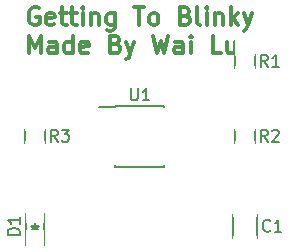
<source format=gto>
G04 #@! TF.FileFunction,Legend,Top*
%FSLAX46Y46*%
G04 Gerber Fmt 4.6, Leading zero omitted, Abs format (unit mm)*
G04 Created by KiCad (PCBNEW 4.0.2-stable) date Sunday, June 19, 2016 'PMt' 09:02:22 PM*
%MOMM*%
G01*
G04 APERTURE LIST*
%ADD10C,0.100000*%
%ADD11C,0.300000*%
%ADD12C,0.150000*%
%ADD13R,2.000000X2.400000*%
%ADD14R,1.598880X1.598880*%
%ADD15R,1.700000X1.900000*%
%ADD16R,1.950000X1.000000*%
G04 APERTURE END LIST*
D10*
D11*
X131128571Y-88220000D02*
X130985714Y-88148571D01*
X130771428Y-88148571D01*
X130557143Y-88220000D01*
X130414285Y-88362857D01*
X130342857Y-88505714D01*
X130271428Y-88791429D01*
X130271428Y-89005714D01*
X130342857Y-89291429D01*
X130414285Y-89434286D01*
X130557143Y-89577143D01*
X130771428Y-89648571D01*
X130914285Y-89648571D01*
X131128571Y-89577143D01*
X131200000Y-89505714D01*
X131200000Y-89005714D01*
X130914285Y-89005714D01*
X132414285Y-89577143D02*
X132271428Y-89648571D01*
X131985714Y-89648571D01*
X131842857Y-89577143D01*
X131771428Y-89434286D01*
X131771428Y-88862857D01*
X131842857Y-88720000D01*
X131985714Y-88648571D01*
X132271428Y-88648571D01*
X132414285Y-88720000D01*
X132485714Y-88862857D01*
X132485714Y-89005714D01*
X131771428Y-89148571D01*
X132914285Y-88648571D02*
X133485714Y-88648571D01*
X133128571Y-88148571D02*
X133128571Y-89434286D01*
X133199999Y-89577143D01*
X133342857Y-89648571D01*
X133485714Y-89648571D01*
X133771428Y-88648571D02*
X134342857Y-88648571D01*
X133985714Y-88148571D02*
X133985714Y-89434286D01*
X134057142Y-89577143D01*
X134200000Y-89648571D01*
X134342857Y-89648571D01*
X134842857Y-89648571D02*
X134842857Y-88648571D01*
X134842857Y-88148571D02*
X134771428Y-88220000D01*
X134842857Y-88291429D01*
X134914285Y-88220000D01*
X134842857Y-88148571D01*
X134842857Y-88291429D01*
X135557143Y-88648571D02*
X135557143Y-89648571D01*
X135557143Y-88791429D02*
X135628571Y-88720000D01*
X135771429Y-88648571D01*
X135985714Y-88648571D01*
X136128571Y-88720000D01*
X136200000Y-88862857D01*
X136200000Y-89648571D01*
X137557143Y-88648571D02*
X137557143Y-89862857D01*
X137485714Y-90005714D01*
X137414286Y-90077143D01*
X137271429Y-90148571D01*
X137057143Y-90148571D01*
X136914286Y-90077143D01*
X137557143Y-89577143D02*
X137414286Y-89648571D01*
X137128572Y-89648571D01*
X136985714Y-89577143D01*
X136914286Y-89505714D01*
X136842857Y-89362857D01*
X136842857Y-88934286D01*
X136914286Y-88791429D01*
X136985714Y-88720000D01*
X137128572Y-88648571D01*
X137414286Y-88648571D01*
X137557143Y-88720000D01*
X139200000Y-88148571D02*
X140057143Y-88148571D01*
X139628572Y-89648571D02*
X139628572Y-88148571D01*
X140771429Y-89648571D02*
X140628571Y-89577143D01*
X140557143Y-89505714D01*
X140485714Y-89362857D01*
X140485714Y-88934286D01*
X140557143Y-88791429D01*
X140628571Y-88720000D01*
X140771429Y-88648571D01*
X140985714Y-88648571D01*
X141128571Y-88720000D01*
X141200000Y-88791429D01*
X141271429Y-88934286D01*
X141271429Y-89362857D01*
X141200000Y-89505714D01*
X141128571Y-89577143D01*
X140985714Y-89648571D01*
X140771429Y-89648571D01*
X143557143Y-88862857D02*
X143771429Y-88934286D01*
X143842857Y-89005714D01*
X143914286Y-89148571D01*
X143914286Y-89362857D01*
X143842857Y-89505714D01*
X143771429Y-89577143D01*
X143628571Y-89648571D01*
X143057143Y-89648571D01*
X143057143Y-88148571D01*
X143557143Y-88148571D01*
X143700000Y-88220000D01*
X143771429Y-88291429D01*
X143842857Y-88434286D01*
X143842857Y-88577143D01*
X143771429Y-88720000D01*
X143700000Y-88791429D01*
X143557143Y-88862857D01*
X143057143Y-88862857D01*
X144771429Y-89648571D02*
X144628571Y-89577143D01*
X144557143Y-89434286D01*
X144557143Y-88148571D01*
X145342857Y-89648571D02*
X145342857Y-88648571D01*
X145342857Y-88148571D02*
X145271428Y-88220000D01*
X145342857Y-88291429D01*
X145414285Y-88220000D01*
X145342857Y-88148571D01*
X145342857Y-88291429D01*
X146057143Y-88648571D02*
X146057143Y-89648571D01*
X146057143Y-88791429D02*
X146128571Y-88720000D01*
X146271429Y-88648571D01*
X146485714Y-88648571D01*
X146628571Y-88720000D01*
X146700000Y-88862857D01*
X146700000Y-89648571D01*
X147414286Y-89648571D02*
X147414286Y-88148571D01*
X147557143Y-89077143D02*
X147985714Y-89648571D01*
X147985714Y-88648571D02*
X147414286Y-89220000D01*
X148485715Y-88648571D02*
X148842858Y-89648571D01*
X149200000Y-88648571D02*
X148842858Y-89648571D01*
X148700000Y-90005714D01*
X148628572Y-90077143D01*
X148485715Y-90148571D01*
X130307143Y-92048571D02*
X130307143Y-90548571D01*
X130807143Y-91620000D01*
X131307143Y-90548571D01*
X131307143Y-92048571D01*
X132664286Y-92048571D02*
X132664286Y-91262857D01*
X132592857Y-91120000D01*
X132450000Y-91048571D01*
X132164286Y-91048571D01*
X132021429Y-91120000D01*
X132664286Y-91977143D02*
X132521429Y-92048571D01*
X132164286Y-92048571D01*
X132021429Y-91977143D01*
X131950000Y-91834286D01*
X131950000Y-91691429D01*
X132021429Y-91548571D01*
X132164286Y-91477143D01*
X132521429Y-91477143D01*
X132664286Y-91405714D01*
X134021429Y-92048571D02*
X134021429Y-90548571D01*
X134021429Y-91977143D02*
X133878572Y-92048571D01*
X133592858Y-92048571D01*
X133450000Y-91977143D01*
X133378572Y-91905714D01*
X133307143Y-91762857D01*
X133307143Y-91334286D01*
X133378572Y-91191429D01*
X133450000Y-91120000D01*
X133592858Y-91048571D01*
X133878572Y-91048571D01*
X134021429Y-91120000D01*
X135307143Y-91977143D02*
X135164286Y-92048571D01*
X134878572Y-92048571D01*
X134735715Y-91977143D01*
X134664286Y-91834286D01*
X134664286Y-91262857D01*
X134735715Y-91120000D01*
X134878572Y-91048571D01*
X135164286Y-91048571D01*
X135307143Y-91120000D01*
X135378572Y-91262857D01*
X135378572Y-91405714D01*
X134664286Y-91548571D01*
X137664286Y-91262857D02*
X137878572Y-91334286D01*
X137950000Y-91405714D01*
X138021429Y-91548571D01*
X138021429Y-91762857D01*
X137950000Y-91905714D01*
X137878572Y-91977143D01*
X137735714Y-92048571D01*
X137164286Y-92048571D01*
X137164286Y-90548571D01*
X137664286Y-90548571D01*
X137807143Y-90620000D01*
X137878572Y-90691429D01*
X137950000Y-90834286D01*
X137950000Y-90977143D01*
X137878572Y-91120000D01*
X137807143Y-91191429D01*
X137664286Y-91262857D01*
X137164286Y-91262857D01*
X138521429Y-91048571D02*
X138878572Y-92048571D01*
X139235714Y-91048571D02*
X138878572Y-92048571D01*
X138735714Y-92405714D01*
X138664286Y-92477143D01*
X138521429Y-92548571D01*
X140807143Y-90548571D02*
X141164286Y-92048571D01*
X141450000Y-90977143D01*
X141735714Y-92048571D01*
X142092857Y-90548571D01*
X143307143Y-92048571D02*
X143307143Y-91262857D01*
X143235714Y-91120000D01*
X143092857Y-91048571D01*
X142807143Y-91048571D01*
X142664286Y-91120000D01*
X143307143Y-91977143D02*
X143164286Y-92048571D01*
X142807143Y-92048571D01*
X142664286Y-91977143D01*
X142592857Y-91834286D01*
X142592857Y-91691429D01*
X142664286Y-91548571D01*
X142807143Y-91477143D01*
X143164286Y-91477143D01*
X143307143Y-91405714D01*
X144021429Y-92048571D02*
X144021429Y-91048571D01*
X144021429Y-90548571D02*
X143950000Y-90620000D01*
X144021429Y-90691429D01*
X144092857Y-90620000D01*
X144021429Y-90548571D01*
X144021429Y-90691429D01*
X146592858Y-92048571D02*
X145878572Y-92048571D01*
X145878572Y-90548571D01*
X147735715Y-91048571D02*
X147735715Y-92048571D01*
X147092858Y-91048571D02*
X147092858Y-91834286D01*
X147164286Y-91977143D01*
X147307144Y-92048571D01*
X147521429Y-92048571D01*
X147664286Y-91977143D01*
X147735715Y-91905714D01*
X148450001Y-91048571D02*
X148450001Y-92048571D01*
X148450001Y-91191429D02*
X148521429Y-91120000D01*
X148664287Y-91048571D01*
X148878572Y-91048571D01*
X149021429Y-91120000D01*
X149092858Y-91262857D01*
X149092858Y-92048571D01*
D12*
X149615000Y-107680000D02*
X149615000Y-105680000D01*
X147565000Y-105680000D02*
X147565000Y-107680000D01*
X131560000Y-108280000D02*
X131560000Y-105580000D01*
X130060000Y-108280000D02*
X130060000Y-105580000D01*
X130960000Y-106780000D02*
X130710000Y-106780000D01*
X130710000Y-106780000D02*
X130860000Y-106930000D01*
X130460000Y-107030000D02*
X131160000Y-107030000D01*
X130810000Y-106680000D02*
X130810000Y-106330000D01*
X130810000Y-107030000D02*
X130460000Y-106680000D01*
X130460000Y-106680000D02*
X131160000Y-106680000D01*
X131160000Y-106680000D02*
X130810000Y-107030000D01*
X147715000Y-93310000D02*
X147715000Y-92110000D01*
X149465000Y-92110000D02*
X149465000Y-93310000D01*
X147715000Y-99660000D02*
X147715000Y-98460000D01*
X149465000Y-98460000D02*
X149465000Y-99660000D01*
X129935000Y-99660000D02*
X129935000Y-98460000D01*
X131685000Y-98460000D02*
X131685000Y-99660000D01*
X137625000Y-96485000D02*
X137625000Y-96630000D01*
X141775000Y-96485000D02*
X141775000Y-96630000D01*
X141775000Y-101635000D02*
X141775000Y-101490000D01*
X137625000Y-101635000D02*
X137625000Y-101490000D01*
X137625000Y-96485000D02*
X141775000Y-96485000D01*
X137625000Y-101635000D02*
X141775000Y-101635000D01*
X137625000Y-96630000D02*
X136225000Y-96630000D01*
X150723334Y-107037143D02*
X150675715Y-107084762D01*
X150532858Y-107132381D01*
X150437620Y-107132381D01*
X150294762Y-107084762D01*
X150199524Y-106989524D01*
X150151905Y-106894286D01*
X150104286Y-106703810D01*
X150104286Y-106560952D01*
X150151905Y-106370476D01*
X150199524Y-106275238D01*
X150294762Y-106180000D01*
X150437620Y-106132381D01*
X150532858Y-106132381D01*
X150675715Y-106180000D01*
X150723334Y-106227619D01*
X151675715Y-107132381D02*
X151104286Y-107132381D01*
X151390000Y-107132381D02*
X151390000Y-106132381D01*
X151294762Y-106275238D01*
X151199524Y-106370476D01*
X151104286Y-106418095D01*
X129512381Y-107418095D02*
X128512381Y-107418095D01*
X128512381Y-107180000D01*
X128560000Y-107037142D01*
X128655238Y-106941904D01*
X128750476Y-106894285D01*
X128940952Y-106846666D01*
X129083810Y-106846666D01*
X129274286Y-106894285D01*
X129369524Y-106941904D01*
X129464762Y-107037142D01*
X129512381Y-107180000D01*
X129512381Y-107418095D01*
X129512381Y-105894285D02*
X129512381Y-106465714D01*
X129512381Y-106180000D02*
X128512381Y-106180000D01*
X128655238Y-106275238D01*
X128750476Y-106370476D01*
X128798095Y-106465714D01*
X150523334Y-93162381D02*
X150190000Y-92686190D01*
X149951905Y-93162381D02*
X149951905Y-92162381D01*
X150332858Y-92162381D01*
X150428096Y-92210000D01*
X150475715Y-92257619D01*
X150523334Y-92352857D01*
X150523334Y-92495714D01*
X150475715Y-92590952D01*
X150428096Y-92638571D01*
X150332858Y-92686190D01*
X149951905Y-92686190D01*
X151475715Y-93162381D02*
X150904286Y-93162381D01*
X151190000Y-93162381D02*
X151190000Y-92162381D01*
X151094762Y-92305238D01*
X150999524Y-92400476D01*
X150904286Y-92448095D01*
X150523334Y-99512381D02*
X150190000Y-99036190D01*
X149951905Y-99512381D02*
X149951905Y-98512381D01*
X150332858Y-98512381D01*
X150428096Y-98560000D01*
X150475715Y-98607619D01*
X150523334Y-98702857D01*
X150523334Y-98845714D01*
X150475715Y-98940952D01*
X150428096Y-98988571D01*
X150332858Y-99036190D01*
X149951905Y-99036190D01*
X150904286Y-98607619D02*
X150951905Y-98560000D01*
X151047143Y-98512381D01*
X151285239Y-98512381D01*
X151380477Y-98560000D01*
X151428096Y-98607619D01*
X151475715Y-98702857D01*
X151475715Y-98798095D01*
X151428096Y-98940952D01*
X150856667Y-99512381D01*
X151475715Y-99512381D01*
X132743334Y-99512381D02*
X132410000Y-99036190D01*
X132171905Y-99512381D02*
X132171905Y-98512381D01*
X132552858Y-98512381D01*
X132648096Y-98560000D01*
X132695715Y-98607619D01*
X132743334Y-98702857D01*
X132743334Y-98845714D01*
X132695715Y-98940952D01*
X132648096Y-98988571D01*
X132552858Y-99036190D01*
X132171905Y-99036190D01*
X133076667Y-98512381D02*
X133695715Y-98512381D01*
X133362381Y-98893333D01*
X133505239Y-98893333D01*
X133600477Y-98940952D01*
X133648096Y-98988571D01*
X133695715Y-99083810D01*
X133695715Y-99321905D01*
X133648096Y-99417143D01*
X133600477Y-99464762D01*
X133505239Y-99512381D01*
X133219524Y-99512381D01*
X133124286Y-99464762D01*
X133076667Y-99417143D01*
X138938095Y-95012381D02*
X138938095Y-95821905D01*
X138985714Y-95917143D01*
X139033333Y-95964762D01*
X139128571Y-96012381D01*
X139319048Y-96012381D01*
X139414286Y-95964762D01*
X139461905Y-95917143D01*
X139509524Y-95821905D01*
X139509524Y-95012381D01*
X140509524Y-96012381D02*
X139938095Y-96012381D01*
X140223809Y-96012381D02*
X140223809Y-95012381D01*
X140128571Y-95155238D01*
X140033333Y-95250476D01*
X139938095Y-95298095D01*
%LPC*%
D13*
X148590000Y-104680000D03*
X148590000Y-108680000D03*
D14*
X130810000Y-105630980D03*
X130810000Y-107729020D03*
D15*
X148590000Y-91360000D03*
X148590000Y-94060000D03*
X148590000Y-97710000D03*
X148590000Y-100410000D03*
X130810000Y-97710000D03*
X130810000Y-100410000D03*
D16*
X137000000Y-97155000D03*
X137000000Y-98425000D03*
X137000000Y-99695000D03*
X137000000Y-100965000D03*
X142400000Y-100965000D03*
X142400000Y-99695000D03*
X142400000Y-98425000D03*
X142400000Y-97155000D03*
M02*

</source>
